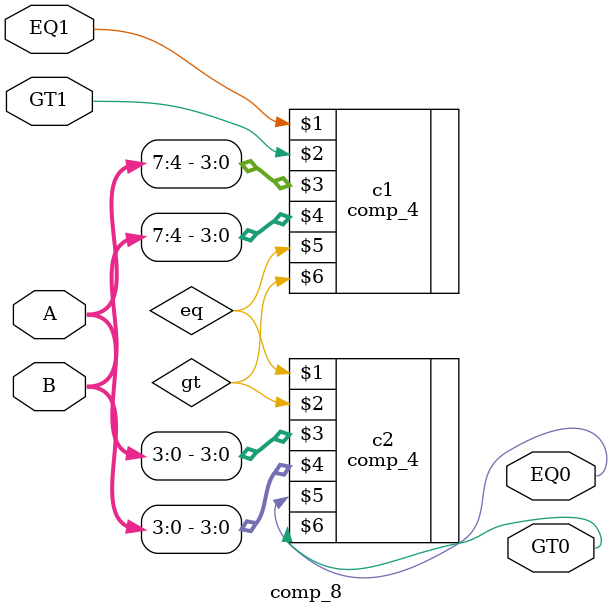
<source format=v>
module comp_8(EQ1, GT1, A, B, EQ0, GT0);
    input EQ1, GT1;
    input [7:0] A, B;
    output EQ0, GT0;

    wire eq, gt;
    comp_4 c1(EQ1, GT1, A[7:4], B[7:4], eq, gt);
    comp_4 c2(eq, gt, A[3:0], B[3:0], EQ0, GT0);
endmodule
</source>
